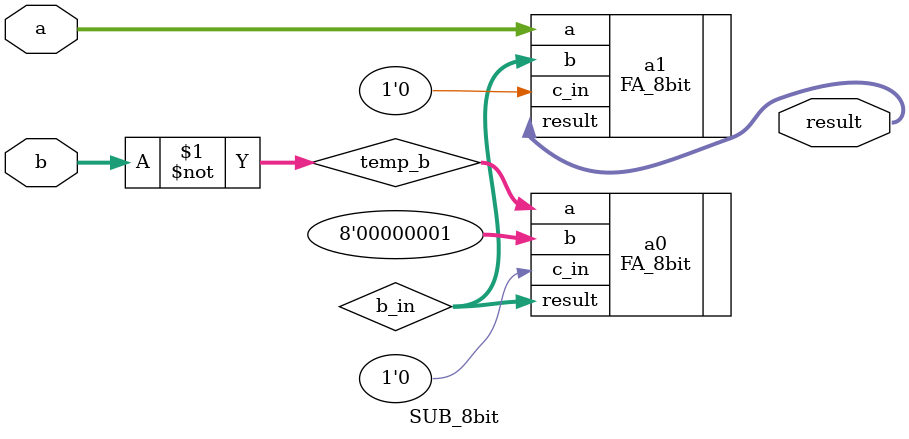
<source format=v>
module SUB_8bit
(
    input [7:0] a,b,
    output [7:0] result
);
wire [7:0] temp_b,b_in;
assign temp_b=~b;
FA_8bit a0(
    .a(temp_b),
    .b(8'd1),
    .c_in(1'b0),
    .result(b_in)
);
FA_8bit a1(
    .a(a),
    .b(b_in),
    .c_in(1'b0),
    .result(result)
);
endmodule
</source>
